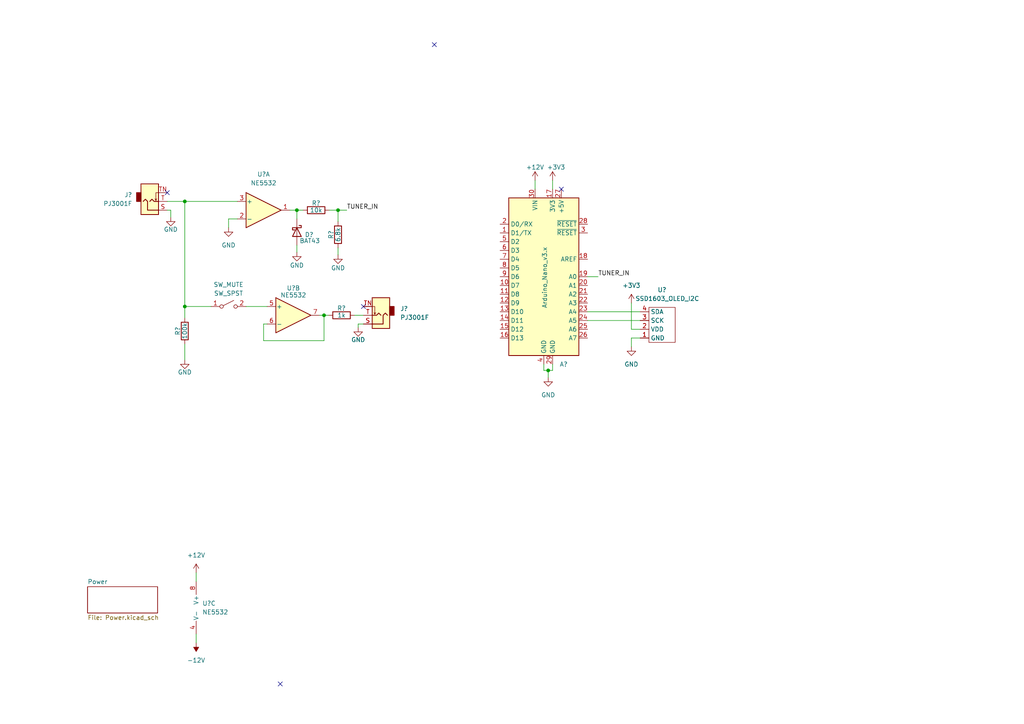
<source format=kicad_sch>
(kicad_sch (version 20211123) (generator eeschema)
  (paper "A4")
  (lib_symbols
    (symbol "Amplifier_Operational:NE5532" (pin_names (offset 0.127))
      (property "Reference" "U" (at 0 5.08 0))
      (property "Value" "NE5532" (at 0 -5.08 0))
      (symbol "NE5532_1_1"
        (polyline (pts (xy -5.08 5.08) (xy 5.08 0) (xy -5.08 -5.08) (xy -5.08 5.08)) (stroke (width 0.254)) (fill (type background)))
        (pin output line (at 7.62 0 180) (length 2.54) (name "~") (number "1"))
        (pin input line (at -7.62 -2.54 0) (length 2.54) (name "-") (number "2"))
        (pin input line (at -7.62 2.54 0) (length 2.54) (name "+") (number "3"))
      )
      (symbol "NE5532_2_1"
        (polyline (pts (xy -5.08 5.08) (xy 5.08 0) (xy -5.08 -5.08) (xy -5.08 5.08)) (stroke (width 0.254)) (fill (type background)))
        (pin input line (at -7.62 2.54 0) (length 2.54) (name "+") (number "5"))
        (pin input line (at -7.62 -2.54 0) (length 2.54) (name "-") (number "6"))
        (pin output line (at 7.62 0 180) (length 2.54) (name "~") (number "7"))
      )
      (symbol "NE5532_3_1"
        (pin power_in line (at -2.54 -7.62 90) (length 3.81) (name "V-") (number "4"))
        (pin power_in line (at -2.54 7.62 270) (length 3.81) (name "V+") (number "8"))
      )
    )
    (symbol "Device:R" (pin_numbers hide) (pin_names (offset 0))
      (property "Reference" "R" (at 2.032 0 90))
      (property "Value" "R" (at 0 0 90))
      (symbol "R_0_1"
        (rectangle (start -1.016 -2.54) (end 1.016 2.54) (stroke (width 0.254)))
      )
      (symbol "R_1_1"
        (pin passive line (at 0 3.81 270) (length 1.27) (name "~") (number "1"))
        (pin passive line (at 0 -3.81 90) (length 1.27) (name "~") (number "2"))
      )
    )
    (symbol "Diode:BAT43" (pin_numbers hide) (pin_names (offset 1.016) hide)
      (property "Reference" "D" (at 0 2.54 0))
      (property "Value" "BAT43" (at 0 -2.54 0))
      (symbol "BAT43_0_1"
        (polyline (pts (xy 1.27 0) (xy -1.27 0)))
        (polyline (pts (xy 1.27 1.27) (xy 1.27 -1.27) (xy -1.27 0) (xy 1.27 1.27)) (stroke (width 0.254)))
        (polyline (pts (xy -1.905 0.635) (xy -1.905 1.27) (xy -1.27 1.27) (xy -1.27 -1.27) (xy -0.635 -1.27) (xy -0.635 -0.635)) (stroke (width 0.254)))
      )
      (symbol "BAT43_1_1"
        (pin passive line (at -3.81 0 0) (length 2.54) (name "K") (number "1"))
        (pin passive line (at 3.81 0 180) (length 2.54) (name "A") (number "2"))
      )
    )
    (symbol "MCU_Module:Arduino_Nano_v3.x"
      (property "Reference" "A" (at -10.16 23.495 0))
      (property "Value" "Arduino_Nano_v3.x" (at 5.08 -24.13 0))
      (symbol "Arduino_Nano_v3.x_0_1"
        (rectangle (start -10.16 22.86) (end 10.16 -22.86) (stroke (width 0.254)) (fill (type background)))
      )
      (symbol "Arduino_Nano_v3.x_1_1"
        (pin bidirectional line (at -12.7 12.7 0) (length 2.54) (name "D1/TX") (number "1"))
        (pin bidirectional line (at -12.7 -2.54 0) (length 2.54) (name "D7") (number "10"))
        (pin bidirectional line (at -12.7 -5.08 0) (length 2.54) (name "D8") (number "11"))
        (pin bidirectional line (at -12.7 -7.62 0) (length 2.54) (name "D9") (number "12"))
        (pin bidirectional line (at -12.7 -10.16 0) (length 2.54) (name "D10") (number "13"))
        (pin bidirectional line (at -12.7 -12.7 0) (length 2.54) (name "D11") (number "14"))
        (pin bidirectional line (at -12.7 -15.24 0) (length 2.54) (name "D12") (number "15"))
        (pin bidirectional line (at -12.7 -17.78 0) (length 2.54) (name "D13") (number "16"))
        (pin power_out line (at 2.54 25.4 270) (length 2.54) (name "3V3") (number "17"))
        (pin input line (at 12.7 5.08 180) (length 2.54) (name "AREF") (number "18"))
        (pin bidirectional line (at 12.7 0 180) (length 2.54) (name "A0") (number "19"))
        (pin bidirectional line (at -12.7 15.24 0) (length 2.54) (name "D0/RX") (number "2"))
        (pin bidirectional line (at 12.7 -2.54 180) (length 2.54) (name "A1") (number "20"))
        (pin bidirectional line (at 12.7 -5.08 180) (length 2.54) (name "A2") (number "21"))
        (pin bidirectional line (at 12.7 -7.62 180) (length 2.54) (name "A3") (number "22"))
        (pin bidirectional line (at 12.7 -10.16 180) (length 2.54) (name "A4") (number "23"))
        (pin bidirectional line (at 12.7 -12.7 180) (length 2.54) (name "A5") (number "24"))
        (pin bidirectional line (at 12.7 -15.24 180) (length 2.54) (name "A6") (number "25"))
        (pin bidirectional line (at 12.7 -17.78 180) (length 2.54) (name "A7") (number "26"))
        (pin power_out line (at 5.08 25.4 270) (length 2.54) (name "+5V") (number "27"))
        (pin input line (at 12.7 15.24 180) (length 2.54) (name "~{RESET}") (number "28"))
        (pin power_in line (at 2.54 -25.4 90) (length 2.54) (name "GND") (number "29"))
        (pin input line (at 12.7 12.7 180) (length 2.54) (name "~{RESET}") (number "3"))
        (pin power_in line (at -2.54 25.4 270) (length 2.54) (name "VIN") (number "30"))
        (pin power_in line (at 0 -25.4 90) (length 2.54) (name "GND") (number "4"))
        (pin bidirectional line (at -12.7 10.16 0) (length 2.54) (name "D2") (number "5"))
        (pin bidirectional line (at -12.7 7.62 0) (length 2.54) (name "D3") (number "6"))
        (pin bidirectional line (at -12.7 5.08 0) (length 2.54) (name "D4") (number "7"))
        (pin bidirectional line (at -12.7 2.54 0) (length 2.54) (name "D5") (number "8"))
        (pin bidirectional line (at -12.7 0 0) (length 2.54) (name "D6") (number "9"))
      )
    )
    (symbol "Switch:SW_SPST" (pin_names (offset 0) hide)
      (property "Reference" "SW" (at 0 3.175 0))
      (property "Value" "SW_SPST" (at 0 -2.54 0))
      (symbol "SW_SPST_0_0"
        (circle (center -2.032 0) (radius 0.508))
        (polyline (pts (xy -1.524 0.254) (xy 1.524 1.778)))
        (circle (center 2.032 0) (radius 0.508))
      )
      (symbol "SW_SPST_1_1"
        (pin passive line (at -5.08 0 0) (length 2.54) (name "A") (number "1"))
        (pin passive line (at 5.08 0 180) (length 2.54) (name "B") (number "2"))
      )
    )
    (symbol "benjiaomodular:PJ3001F"
      (property "Reference" "J" (at 0 8.89 0))
      (property "Value" "PJ3001F" (at 0 6.35 0))
      (symbol "PJ3001F_0_1"
        (rectangle (start -2.54 0) (end -3.81 -2.54) (stroke (width 0.254)) (fill (type outline)))
        (polyline (pts (xy 1.778 -0.254) (xy 2.032 -0.762)))
        (polyline (pts (xy 0 0) (xy 0.635 -0.635) (xy 1.27 0) (xy 2.54 0)) (stroke (width 0.254)))
        (polyline (pts (xy 2.54 -2.54) (xy 1.778 -2.54) (xy 1.778 -0.254) (xy 1.524 -0.762)))
        (polyline (pts (xy 2.54 2.54) (xy -0.635 2.54) (xy -0.635 0) (xy -1.27 -0.635) (xy -1.905 0)) (stroke (width 0.254)))
        (rectangle (start 2.54 3.81) (end -2.54 -5.08) (stroke (width 0.254)) (fill (type background)))
      )
      (symbol "PJ3001F_1_1"
        (pin passive line (at 5.08 2.54 180) (length 2.54) (name "~") (number "S"))
        (pin passive line (at 5.08 0 180) (length 2.54) (name "~") (number "T"))
        (pin passive line (at 5.08 -2.54 180) (length 2.54) (name "~") (number "TN"))
      )
    )
    (symbol "benjiaomodular:SSD1603_OLED"
      (property "Reference" "U" (at 0 0 0))
      (property "Value" "SSD1603_OLED" (at 0 0 0))
      (symbol "SSD1603_OLED_0_1"
        (rectangle (start -2.54 -2.54) (end 5.08 -12.7))
      )
      (symbol "SSD1603_OLED_1_1"
        (pin power_in line (at -5.08 -3.81 0) (length 2.54) (name "GND") (number "1"))
        (pin power_in line (at -5.08 -6.35 0) (length 2.54) (name "VDD") (number "2"))
        (pin input line (at -5.08 -8.89 0) (length 2.54) (name "SCK") (number "3"))
        (pin input line (at -5.08 -11.43 0) (length 2.54) (name "SDA") (number "4"))
      )
    )
    (symbol "power:+12V" (power) (pin_names (offset 0))
      (property "Value" "+12V" (at 0 3.556 0))
      (symbol "+12V_0_1"
        (polyline (pts (xy -0.762 1.27) (xy 0 2.54)))
        (polyline (pts (xy 0 0) (xy 0 2.54)))
        (polyline (pts (xy 0 2.54) (xy 0.762 1.27)))
      )
      (symbol "+12V_1_1"
        (pin power_in line (at 0 0 90) (length 0) hide (name "+12V") (number "1"))
      )
    )
    (symbol "power:+3V3" (power) (pin_names (offset 0))
      (property "Value" "+3V3" (at 0 3.556 0))
      (symbol "+3V3_0_1"
        (polyline (pts (xy -0.762 1.27) (xy 0 2.54)))
        (polyline (pts (xy 0 0) (xy 0 2.54)))
        (polyline (pts (xy 0 2.54) (xy 0.762 1.27)))
      )
      (symbol "+3V3_1_1"
        (pin power_in line (at 0 0 90) (length 0) hide (name "+3V3") (number "1"))
      )
    )
    (symbol "power:-12V" (power) (pin_names (offset 0))
      (property "Value" "-12V" (at 0 3.81 0))
      (symbol "-12V_0_0"
        (pin power_in line (at 0 0 90) (length 0) hide (name "-12V") (number "1"))
      )
      (symbol "-12V_0_1"
        (polyline (pts (xy 0 0) (xy 0 1.27) (xy 0.762 1.27) (xy 0 2.54) (xy -0.762 1.27) (xy 0 1.27)) (fill (type outline)))
      )
    )
    (symbol "power:GND" (power) (pin_names (offset 0))
      (property "Value" "GND" (at 0 -3.81 0))
      (symbol "GND_0_1"
        (polyline (pts (xy 0 0) (xy 0 -1.27) (xy 1.27 -1.27) (xy 0 -2.54) (xy -1.27 -1.27) (xy 0 -1.27)))
      )
      (symbol "GND_1_1"
        (pin power_in line (at 0 0 270) (length 0) hide (name "GND") (number "1"))
      )
    )
  )
  (junction (at 86.106 60.96))
  (junction (at 53.594 88.9))
  (junction (at 159.004 107.442))
  (junction (at 98.044 60.96))
  (junction (at 53.594 58.42))
  (junction (at 93.98 91.44))
  (no_connect (at 81.28 198.374))
  (no_connect (at 125.984 12.954))
  (no_connect (at 105.41 88.9))
  (no_connect (at 48.514 55.88))
  (no_connect (at 162.814 54.864))
  (wire (pts (xy 56.896 183.896) (xy 56.896 186.436)))
  (wire (pts (xy 183.134 95.504) (xy 185.674 95.504)))
  (wire (pts (xy 86.106 71.12) (xy 86.106 73.152)))
  (wire (pts (xy 76.454 98.806) (xy 93.98 98.806)))
  (wire (pts (xy 77.47 93.98) (xy 76.454 93.98)))
  (wire (pts (xy 103.886 93.98) (xy 105.41 93.98)))
  (wire (pts (xy 93.98 91.44) (xy 95.25 91.44)))
  (wire (pts (xy 53.594 58.42) (xy 53.594 88.9)))
  (wire (pts (xy 170.434 80.264) (xy 173.482 80.264)))
  (wire (pts (xy 183.134 98.044) (xy 183.134 100.584)))
  (wire (pts (xy 159.004 107.442) (xy 157.734 107.442)))
  (wire (pts (xy 185.674 98.044) (xy 183.134 98.044)))
  (wire (pts (xy 93.98 91.44) (xy 92.71 91.44)))
  (wire (pts (xy 170.434 92.964) (xy 185.674 92.964)))
  (wire (pts (xy 49.53 60.96) (xy 48.514 60.96)))
  (wire (pts (xy 49.53 62.992) (xy 49.53 60.96)))
  (wire (pts (xy 61.214 88.9) (xy 53.594 88.9)))
  (wire (pts (xy 86.106 60.96) (xy 87.884 60.96)))
  (wire (pts (xy 170.434 90.424) (xy 185.674 90.424)))
  (wire (pts (xy 48.514 58.42) (xy 53.594 58.42)))
  (wire (pts (xy 160.274 105.664) (xy 160.274 107.442)))
  (wire (pts (xy 84.074 60.96) (xy 86.106 60.96)))
  (wire (pts (xy 53.594 99.822) (xy 53.594 104.394)))
  (wire (pts (xy 103.886 94.996) (xy 103.886 93.98)))
  (wire (pts (xy 68.834 63.5) (xy 66.294 63.5)))
  (wire (pts (xy 95.504 60.96) (xy 98.044 60.96)))
  (wire (pts (xy 98.044 71.882) (xy 98.044 73.914)))
  (wire (pts (xy 53.594 58.42) (xy 68.834 58.42)))
  (wire (pts (xy 159.004 107.442) (xy 159.004 109.474)))
  (wire (pts (xy 105.41 91.44) (xy 102.87 91.44)))
  (wire (pts (xy 160.274 52.324) (xy 160.274 54.864)))
  (wire (pts (xy 98.044 60.96) (xy 100.584 60.96)))
  (wire (pts (xy 160.274 107.442) (xy 159.004 107.442)))
  (wire (pts (xy 76.454 93.98) (xy 76.454 98.806)))
  (wire (pts (xy 71.374 88.9) (xy 77.47 88.9)))
  (wire (pts (xy 98.044 60.96) (xy 98.044 64.262)))
  (wire (pts (xy 157.734 107.442) (xy 157.734 105.664)))
  (wire (pts (xy 93.98 98.806) (xy 93.98 91.44)))
  (wire (pts (xy 86.106 60.96) (xy 86.106 63.5)))
  (wire (pts (xy 56.896 166.116) (xy 56.896 168.656)))
  (wire (pts (xy 53.594 88.9) (xy 53.594 92.202)))
  (wire (pts (xy 183.134 87.884) (xy 183.134 95.504)))
  (wire (pts (xy 66.294 63.5) (xy 66.294 66.04)))
  (wire (pts (xy 155.194 52.324) (xy 155.194 54.864)))
  (label "TUNER_IN" (at 100.584 60.96 0))
  (label "TUNER_IN" (at 173.482 80.264 0))
  (symbol (lib_id "Amplifier_Operational:NE5532") (at 59.436 176.276 0) (unit 3)
    (property "Reference" "U?" (at 58.674 175.0059 0) (effects (justify left)))
    (property "Value" "NE5532" (at 58.674 177.5459 0) (effects (justify left)))
    (property "Datasheet" "http://www.ti.com/lit/ds/symlink/ne5532.pdf" (effects hide))
  )
  (symbol (lib_id "Device:R") (at 91.694 60.96 270) (mirror x) (unit 1)
    (property "Reference" "R?" (at 91.694 58.928 90))
    (property "Value" "10k" (at 91.694 60.96 90))
  )
  (symbol (lib_id "Diode:BAT43") (at 86.106 67.31 270) (unit 1)
    (property "Reference" "D?" (at 88.392 68.072 90) (effects (justify left)))
    (property "Value" "BAT43" (at 86.868 69.85 90) (effects (justify left)))
    (property "Footprint" "Diode_THT:D_DO-35_SOD27_P7.62mm_Horizontal" (effects hide))
    (property "Datasheet" "http://www.vishay.com/docs/85660/bat42.pdf" (effects hide))
  )
  (symbol (lib_id "power:GND") (at 53.594 104.394 0) (unit 1)
    (property "Reference" "#PWR?" (effects hide))
    (property "Value" "GND" (at 53.594 107.95 0))
  )
  (symbol (lib_id "Device:R") (at 99.06 91.44 270) (mirror x) (unit 1)
    (property "Reference" "R?" (at 99.06 89.408 90))
    (property "Value" "1k" (at 99.06 91.44 90))
  )
  (symbol (lib_id "Device:R") (at 98.044 68.072 0) (mirror y) (unit 1)
    (property "Reference" "R?" (at 96.012 68.072 90))
    (property "Value" "6.8k" (at 98.044 68.072 90))
  )
  (symbol (lib_id "power:GND") (at 49.53 62.992 0) (unit 1)
    (property "Reference" "#PWR?" (effects hide))
    (property "Value" "GND" (at 49.53 66.548 0))
  )
  (symbol (lib_id "benjiaomodular:PJ3001F") (at 43.434 58.42 0) (mirror x) (unit 1)
    (property "Reference" "J?" (at 38.354 56.5149 0) (effects (justify right)))
    (property "Value" "PJ3001F" (at 38.354 59.0549 0) (effects (justify right)))
  )
  (symbol (lib_id "power:GND") (at 66.294 66.04 0) (unit 1)
    (property "Reference" "#PWR?" (effects hide))
    (property "Value" "GND" (at 66.294 71.12 0))
  )
  (symbol (lib_id "power:GND") (at 183.134 100.584 0) (unit 1)
    (property "Reference" "#PWR?" (effects hide))
    (property "Value" "GND" (at 183.134 105.664 0))
  )
  (symbol (lib_id "MCU_Module:Arduino_Nano_v3.x") (at 157.734 80.264 0) (unit 1)
    (property "Reference" "A?" (at 162.2934 105.664 0) (effects (justify left)))
    (property "Value" "Arduino_Nano_v3.x" (at 157.988 89.408 90) (effects (justify left)))
    (property "Footprint" "Module:Arduino_Nano" (effects hide))
    (property "Datasheet" "http://www.mouser.com/pdfdocs/Gravitech_Arduino_Nano3_0.pdf" (effects hide))
  )
  (symbol (lib_id "Amplifier_Operational:NE5532") (at 76.454 60.96 0) (unit 1)
    (property "Reference" "U?" (at 76.454 50.546 0))
    (property "Value" "NE5532" (at 76.454 53.086 0))
    (property "Datasheet" "http://www.ti.com/lit/ds/symlink/ne5532.pdf" (effects hide))
  )
  (symbol (lib_id "power:GND") (at 98.044 73.914 0) (unit 1)
    (property "Reference" "#PWR?" (effects hide))
    (property "Value" "GND" (at 98.044 77.724 0))
  )
  (symbol (lib_id "power:GND") (at 159.004 109.474 0) (unit 1)
    (property "Reference" "#PWR?" (effects hide))
    (property "Value" "GND" (at 159.004 114.554 0))
  )
  (symbol (lib_id "power:GND") (at 86.106 73.152 0) (unit 1)
    (property "Reference" "#PWR?" (effects hide))
    (property "Value" "GND" (at 86.106 76.962 0))
  )
  (symbol (lib_id "power:+3V3") (at 183.134 87.884 0) (unit 1)
    (property "Reference" "#PWR?" (effects hide))
    (property "Value" "+3V3" (at 183.134 82.804 0))
  )
  (symbol (lib_id "power:-12V") (at 56.896 186.436 180) (unit 1)
    (property "Reference" "#PWR?" (effects hide))
    (property "Value" "-12V" (at 56.896 191.516 0))
  )
  (symbol (lib_id "Amplifier_Operational:NE5532") (at 85.09 91.44 0) (unit 2)
    (property "Reference" "U?" (at 85.09 83.566 0))
    (property "Value" "NE5532" (at 85.09 85.598 0))
    (property "Datasheet" "http://www.ti.com/lit/ds/symlink/ne5532.pdf" (effects hide))
  )
  (symbol (lib_id "benjiaomodular:SSD1603_OLED") (at 190.754 101.854 0) (mirror x) (unit 1)
    (property "Reference" "U?" (at 192.024 84.074 0))
    (property "Value" "SSD1603_OLED_I2C" (at 193.548 86.614 0))
  )
  (symbol (lib_id "power:+3V3") (at 160.274 52.324 0) (unit 1)
    (property "Reference" "#PWR?" (effects hide))
    (property "Value" "+3V3" (at 161.29 48.514 0))
  )
  (symbol (lib_id "power:+12V") (at 56.896 166.116 0) (unit 1)
    (property "Reference" "#PWR?" (effects hide))
    (property "Value" "+12V" (at 56.896 161.036 0))
  )
  (symbol (lib_id "benjiaomodular:PJ3001F") (at 110.49 91.44 180) (unit 1)
    (property "Reference" "J?" (at 116.078 89.5349 0) (effects (justify right)))
    (property "Value" "PJ3001F" (at 116.078 92.0749 0) (effects (justify right)))
  )
  (symbol (lib_id "Switch:SW_SPST") (at 66.294 88.9 0) (unit 1)
    (property "Reference" "SW_MUTE" (at 66.294 82.55 0))
    (property "Value" "SW_SPST" (at 66.294 85.09 0))
  )
  (symbol (lib_id "power:+12V") (at 155.194 52.324 0) (unit 1)
    (property "Reference" "#PWR?" (effects hide))
    (property "Value" "+12V" (at 155.194 48.514 0))
  )
  (symbol (lib_id "Device:R") (at 53.594 96.012 0) (mirror y) (unit 1)
    (property "Reference" "R?" (at 51.562 96.012 90))
    (property "Value" "100k" (at 53.594 96.012 90))
  )
  (symbol (lib_id "power:GND") (at 103.886 94.996 0) (unit 1)
    (property "Reference" "#PWR?" (effects hide))
    (property "Value" "GND" (at 103.886 98.552 0))
  )
  (sheet (at 25.4 170.18) (size 20.32 7.62) (stroke (width 0.1524))
    (property "Sheet name" "Power" (at 25.4 169.4684 0) (effects (justify left bottom)))
    (property "Sheet file" "Power.kicad_sch" (at 25.4 178.3846 0) (effects (justify left top)))
  )
)
</source>
